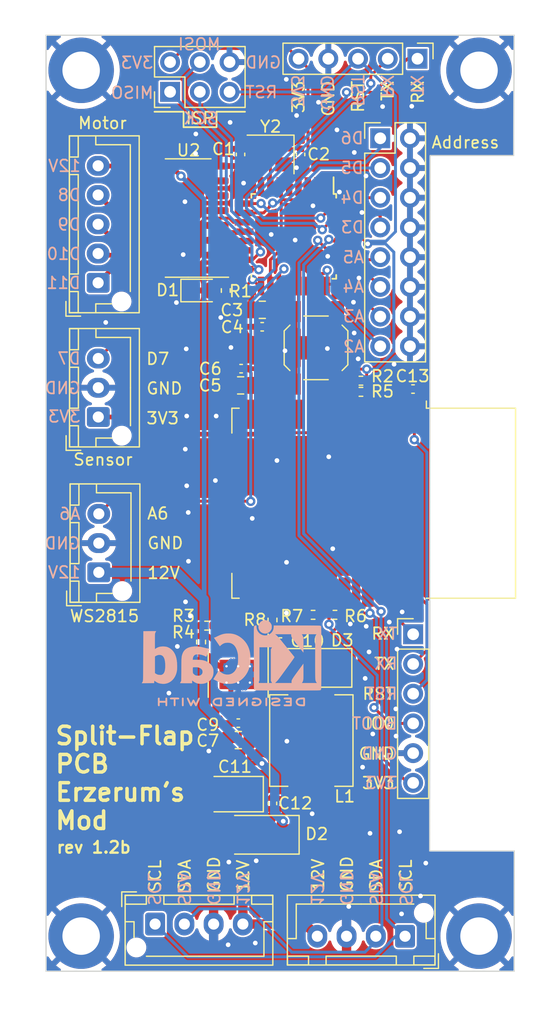
<source format=kicad_pcb>
(kicad_pcb (version 20240108) (generator "pcbnew") (generator_version "8.0")
  (layers (0 "F.Cu" signal) (31 "B.Cu" signal) (34 "B.Paste" user) (35 "F.Paste" user) (36 "B.SilkS" user "B.Silkscreen") (37 "F.SilkS" user "F.Silkscreen") (38 "B.Mask" user) (39 "F.Mask" user) (44 "Edge.Cuts" user))
  (net 0 "")
  (net 1 "+12V")
  (net 2 "Net-(U3-XTAL2{slash}PB7)")
  (net 3 "Net-(U3-XTAL1{slash}PB6)")
  (net 4 "+3V3")
  (net 5 "Net-(D3-K)")
  (net 6 "Net-(U1-BOOT)")
  (net 7 "Net-(D1-A)")
  (net 8 "/A5{slash}SCL")
  (net 9 "/A4{slash}SDA")
  (net 10 "Net-(J3-Pin_1)")
  (net 11 "Net-(J3-Pin_2)")
  (net 12 "Net-(J3-Pin_3)")
  (net 13 "Net-(J3-Pin_4)")
  (net 14 "/D6")
  (net 15 "/D5")
  (net 16 "/D4")
  (net 17 "/D3")
  (net 18 "/D7")
  (net 19 "/D12")
  (net 20 "/D13")
  (net 21 "/D11")
  (net 22 "/RESET")
  (net 23 "Net-(U1-VSNS)")
  (net 27 "/D10")
  (net 28 "/D9")
  (net 29 "/D8")
  (net 36 "/A6")
  (net 37 "/AREF")
  (net 38 "/A7")
  (net 39 "/A0")
  (net 40 "/A1")
  (net 41 "/A2")
  (net 42 "/A3")
  (net 43 "/D0")
  (net 44 "/D1")
  (net 45 "/D2")
  (net 47 "/01-EN")
  (net 58 "Net-(U4-GPIO15)")
  (net 59 "/01-IO2")
  (net 60 "/01-IO0")
  (net 61 "/01-RX")
  (net 62 "/01-TX")
  (net 63 "GND")
  (net 64 "Net-(D2-A)")
  (footprint "Package_SO:SOIC-8-1EP_3.9x4.9mm_P1.27mm_EP2.514x3.2mm_ThermalVias" (layer "F.Cu") (at 83.42 101.635 -90)
    (property "Reference" "U1" (hide yes))
    (property "Value" "TPS5430")
  )
  (footprint "MountingHole:MountingHole_3.2mm_M3_DIN965_Pad" (layer "F.Cu") (at 104 50)
    (property "Reference" "H2" (hide yes))
    (property "Value" "MountingHole_Pad")
  )
  (footprint "Capacitor_SMD:C_0402_1005Metric" (layer "F.Cu") (at 88.75 57.19 90)
    (property "Reference" "C2")
    (property "Value" "22pF")
  )
  (footprint "Connector_PinHeader_2.54mm:PinHeader_1x05_P2.54mm_Vertical" (layer "F.Cu") (at 98.74 49.01 -90)
    (property "Reference" "J7" (hide yes))
    (property "Value" "Serial-328P")
  )
  (footprint "Resistor_SMD:R_0402_1005Metric" (layer "F.Cu") (at 82.36 68.82 90)
    (property "Reference" "R1")
    (property "Value" "220")
  )
  (footprint "LED_SMD:LED_0805_2012Metric" (layer "F.Cu") (at 80.2075 68.82)
    (property "Reference" "D1")
    (property "Value" "LED")
  )
  (footprint "Crystal:Crystal_SMD_3225-4Pin_3.2x2.5mm" (layer "F.Cu") (at 86.19 57.19 180)
    (property "Reference" "Y2")
    (property "Value" "16MHz")
  )
  (footprint "Capacitor_SMD:C_0402_1005Metric" (layer "F.Cu") (at 83.67 75.5)
    (property "Reference" "C6")
    (property "Value" "100n")
  )
  (footprint "Package_SO:SOIC-16_3.9x9.9mm_P1.27mm" (layer "F.Cu") (at 79.145 62.625 180)
    (property "Reference" "U2")
    (property "Value" "ULN2003A")
  )
  (footprint "Capacitor_SMD:C_0402_1005Metric" (layer "F.Cu") (at 83.43 105.795 180)
    (property "Reference" "C9")
    (property "Value" "100n")
  )
  (footprint "Connector_JST:JST_XH_B4B-XH-AM_1x04_P2.50mm_Vertical" (layer "F.Cu") (at 97.68 124.01 180)
    (property "Reference" "J1" (hide yes))
    (property "Value" "Conn_01x04_Pin")
  )
  (footprint "MountingHole:MountingHole_3.2mm_M3_DIN965_Pad" (layer "F.Cu") (at 70 50)
    (property "Reference" "H1" (hide yes))
    (property "Value" "MountingHole_Pad")
  )
  (footprint "Connector_JST:JST_XH_B4B-XH-AM_1x04_P2.50mm_Vertical" (layer "F.Cu") (at 76.32 122.97)
    (property "Reference" "J2" (hide yes))
    (property "Value" "Conn_01x04_Pin")
  )
  (footprint "Capacitor_SMD:C_0402_1005Metric" (layer "F.Cu") (at 86.35 112.655 -90)
    (property "Reference" "C12")
    (property "Value" "100n")
  )
  (footprint "Diode_SMD:D_SMA" (layer "F.Cu") (at 89.62 101.075 180)
    (property "Reference" "D3")
    (property "Value" "SS54")
  )
  (footprint "Resistor_SMD:R_0402_1005Metric" (layer "F.Cu") (at 89.82 96.54)
    (property "Reference" "R7")
    (property "Value" "10k")
  )
  (footprint "Connector_PinHeader_2.54mm:PinHeader_1x06_P2.54mm_Vertical" (layer "F.Cu") (at 98.37 98.2)
    (property "Reference" "J8" (hide yes))
    (property "Value" "Serial-ESP12E")
  )
  (footprint "Capacitor_Tantalum_SMD:CP_EIA-3528-21_Kemet-B" (layer "F.Cu") (at 83.1075 111.865 180)
    (property "Reference" "C11")
    (property "Value" "220uF")
  )
  (footprint "Package_QFP:TQFP-32_7x7mm_P0.8mm" (layer "F.Cu") (at 88.17 64.19 -90)
    (property "Reference" "U3" (hide yes))
    (property "Value" "ATmega328P-A")
  )
  (footprint "Diode_SMD:D_SMA" (layer "F.Cu") (at 85.1175 115.34 180)
    (property "Reference" "D2")
    (property "Value" "SS54")
  )
  (footprint "Resistor_SMD:R_0402_1005Metric" (layer "F.Cu") (at 80.72 97.465 180)
    (property "Reference" "R3")
    (property "Value" "10k")
  )
  (footprint "RF_Module:ESP-12E" (layer "F.Cu") (at 95 87 -90)
    (property "Reference" "U4" (hide yes))
    (property "Value" "ESP-12E")
  )
  (footprint "Connector_PinHeader_2.54mm:PinHeader_2x03_P2.54mm_Vertical" (layer "F.Cu") (at 77.6 51.84 90)
    (property "Reference" "J6" (hide yes))
    (property "Value" "AVR-ISP-6")
  )
  (footprint "Resistor_SMD:R_0402_1005Metric" (layer "F.Cu") (at 93.91 76.53)
    (property "Reference" "R2")
    (property "Value" "10k")
  )
  (footprint "MountingHole:MountingHole_3.2mm_M3_DIN965_Pad" (layer "F.Cu") (at 104 124)
    (property "Reference" "H4" (hide yes))
    (property "Value" "MountingHole_Pad")
  )
  (footprint "Connector_PinHeader_2.54mm:PinHeader_2x08_P2.54mm_Vertical" (layer "F.Cu") (at 95.56 55.81)
    (property "Reference" "J4" (hide yes))
    (property "Value" "AddressJumpers")
  )
  (footprint "Resistor_SMD:R_0402_1005Metric" (layer "F.Cu") (at 86.35 96.98 -90)
    (property "Reference" "R8")
    (property "Value" "10k")
  )
  (footprint "Button_Switch_SMD:SW_SPST_SKQG_WithStem" (layer "F.Cu") (at 90.07 73.72 -90)
    (property "Reference" "SW1" (hide yes))
    (property "Value" "RESET")
  )
  (footprint "MountingHole:MountingHole_3.2mm_M3_DIN965_Pad" (layer "F.Cu") (at 70 124)
    (property "Reference" "H3" (hide yes))
    (property "Value" "MountingHole_Pad")
  )
  (footprint "Capacitor_SMD:C_0402_1005Metric" (layer "F.Cu") (at 98.36 77.24 180)
    (property "Reference" "C13")
    (property "Value" "100n")
  )
  (footprint "Capacitor_SMD:C_0402_1005Metric" (layer "F.Cu") (at 87.03 98.865 180)
    (property "Reference" "C10")
    (property "Value" "100n")
  )
  (footprint "Connector_JST:JST_XH_B5B-XH-AM_1x05_P2.50mm_Vertical" (layer "F.Cu") (at 71.45 68.16 90)
    (property "Reference" "J3" (hide yes))
    (property "Value" "Conn_01x05_Pin")
  )
  (footprint "Capacitor_SMD:C_0402_1005Metric" (layer "F.Cu") (at 83.62 57.19 -90)
    (property "Reference" "C1")
    (property "Value" "22pF")
  )
  (footprint "Connector_JST:JST_XH_B3B-XH-AM_1x03_P2.50mm_Vertical" (layer "F.Cu") (at 71.465 79.63 90)
    (property "Reference" "J5" (hide yes))
    (property "Value" "HallSensor")
  )
  (footprint "Resistor_SMD:R_0402_1005Metric" (layer "F.Cu") (at 93.91 77.48)
    (property "Reference" "R5")
    (property "Value" "10k")
  )
  (footprint "Resistor_SMD:R_0402_1005Metric" (layer "F.Cu") (at 91.69 96.54 180)
    (property "Reference" "R6")
    (property "Value" "10k")
  )
  (footprint "Capacitor_SMD:C_0402_1005Metric" (layer "F.Cu") (at 85.47 71.92)
    (property "Reference" "C4")
    (property "Value" "100n")
  )
  (footprint "Capacitor_SMD:C_0805_2012Metric" (layer "F.Cu") (at 85.48 70.47)
    (property "Reference" "C3")
    (property "Value" "10uF")
  )
  (footprint "Capacitor_SMD:C_0805_2012Metric" (layer "F.Cu") (at 83.63 76.93)
    (property "Reference" "C5")
    (property "Value" "10uF")
  )
  (footprint "Connector_JST:JST_XH_B3B-XH-AM_1x03_P2.50mm_Vertical" (layer "F.Cu") (at 71.51 92.91 90)
    (property "Reference" "J9" (hide yes))
    (property "Value" "WS2815")
  )
  (footprint "Capacitor_SMD:C_0805_2012Metric" (layer "F.Cu") (at 83.43 107.245 180)
    (property "Reference" "C7")
    (property "Value" "10uF")
  )
  (footprint "Resistor_SMD:R_0402_1005Metric" (layer "F.Cu") (at 80.25 98.865 -90)
    (property "Reference" "R4")
    (property "Value" "5k9")
  )
  (footprint "Inductor_SMD:L_Chilisin_BMRx00060630" (layer "F.Cu") (at 89.67 107.285 -90)
    (property "Reference" "L1")
    (property "Value" "47uH")
  )
  (footprint "Symbol:KiCad-Logo2_6mm_SilkScreen" (layer "B.Cu") (at 82.86 99.98 180)
    (property "Reference" "REF**" (hide yes))
    (property "Value" "KiCad-Logo2_6mm_SilkScreen" (hide yes))
  )
  (gr_line (start 81.57 53.54) (end 81.57 54.86) (stroke (width 0.15)) (layer "F.SilkS"))
  (gr_line (start 78.75 54.86) (end 81.57 54.86) (stroke (width 0.15)) (layer "F.SilkS"))
  (gr_line (start 78.75 54.54) (end 78.75 54.86) (stroke (width 0.15)) (layer "F.SilkS"))
  (gr_line (start 78.75 53.54) (end 78.75 54.54) (stroke (width 0.15)) (layer "F.SilkS"))
  (gr_line (start 84 53.54) (end 81.57 53.54) (stroke (width 0.15)) (layer "F.SilkS"))
  (gr_line (start 76.27 53.54) (end 78.75 53.54) (stroke (width 0.15)) (layer "F.SilkS"))
  (gr_line (start 67 47) (end 107 47) (stroke (width 0.1)) (layer "Edge.Cuts"))
  (gr_line (start 106.96 57.28) (end 99.82 57.28) (stroke (width 0.1)) (layer "Edge.Cuts"))
  (gr_line (start 99.82 57.28) (end 99.78 116.72) (stroke (width 0.1)) (layer "Edge.Cuts"))
  (gr_line (start 107 127) (end 67 127) (stroke (width 0.1)) (layer "Edge.Cuts"))
  (gr_line (start 67 127) (end 67 47) (stroke (width 0.1)) (layer "Edge.Cuts"))
  (gr_line (start 107.01 116.72) (end 107 127) (stroke (width 0.1)) (layer "Edge.Cuts"))
  (gr_line (start 99.78 116.72) (end 107.01 116.72) (stroke (width 0.1)) (layer "Edge.Cuts"))
  (gr_line (start 106.96 57.28) (end 107 47) (stroke (width 0.1)) (layer "Edge.Cuts"))
  (gr_text "D4" (at 94.23 60.89 0) (layer "B.SilkS") (effects (font (size 1 1)) (justify left mirror)))
  (gr_text "D11" (at 70.04 68.17 0) (layer "B.SilkS") (effects (font (size 1 1)) (justify left mirror)))
  (gr_text "SCL" (at 76.22 121.47 -90) (layer "B.SilkS") (effects (font (size 1 1)) (justify left mirror)))
  (gr_text "3V3" (at 88.46 50.29 270) (layer "B.SilkS") (effects (font (size 1 1)) (justify right mirror)))
  (gr_text "SCL" (at 97.73 121.48 -90) (layer "B.SilkS") (effects (font (size 1 1)) (justify left mirror)))
  (gr_text "D10" (at 70.07 65.69 0) (layer "B.SilkS") (effects (font (size 1 1)) (justify left mirror)))
  (gr_text "GND" (at 81.3 121.46 270) (layer "B.SilkS") (effects (font (size 1 1)) (justify left mirror)))
  (gr_text "3V3" (at 70.04 79.59 0) (layer "B.SilkS") (effects (font (size 1 1)) (justify left mirror)))
  (gr_text "GND" (at 83.94 49.33 0) (layer "B.SilkS") (effects (font (size 1 1)) (justify right mirror)))
  (gr_text "D3" (at 94.25 63.42 0) (layer "B.SilkS") (effects (font (size 1 1)) (justify left mirror)))
  (gr_text "GND" (at 90.98 50.29 270) (layer "B.SilkS") (effects (font (size 1 1)) (justify right mirror)))
  (gr_text "A4" (at 94.26 68.5 0) (layer "B.SilkS") (effects (font (size 1 1)) (justify left mirror)))
  (gr_text "RST" (at 97.12 103.29 0) (layer "B.SilkS") (effects (font (size 1 1)) (justify left mirror)))
  (gr_text "A3" (at 94.3 71.03 0) (layer "B.SilkS") (effects (font (size 1 1)) (justify left mirror)))
  (gr_text "12V" (at 70.03 92.91 0) (layer "B.SilkS") (effects (font (size 1 1)) (justify left mirror)))
  (gr_text "D6" (at 94.22 55.8 0) (layer "B.SilkS") (effects (font (size 1 1)) (justify left mirror)))
  (gr_text "SCK" (at 81.8 54.1 0) (layer "B.SilkS") (effects (font (size 1 1)) (justify left mirror)))
  (gr_text "GND" (at 97.13 108.39 0) (layer "B.SilkS") (effects (font (size 1 1)) (justify left mirror)))
  (gr_text "GND" (at 70.03 90.43 0) (layer "B.SilkS") (effects (font (size 1 1)) (justify left mirror)))
  (gr_text "A5" (at 94.26 65.98 0) (layer "B.SilkS") (effects (font (size 1 1)) (justify left mirror)))
  (gr_text "RST" (at 83.95 51.87 0) (layer "B.SilkS") (effects (font (size 1 1)) (justify right mirror)))
  (gr_text "3V3" (at 76.26 49.35 0) (layer "B.SilkS") (effects (font (size 1 1)) (justify left mirror)))
  (gr_text "GND" (at 92.65 121.47 270) (layer "B.SilkS") (effects (font (size 1 1)) (justify left mirror)))
  (gr_text "12V" (at 70.05 58.17 0) (layer "B.SilkS") (effects (font (size 1 1)) (justify left mirror)))
  (gr_text "A2" (at 94.3 73.61 0) (layer "B.SilkS") (effects (font (size 1 1)) (justify left mirror)))
  (gr_text "12V" (at 83.81 121.45 270) (layer "B.SilkS") (effects (font (size 1 1)) (justify left mirror)))
  (gr_text "D5" (at 94.22 58.34 0) (layer "B.SilkS") (effects (font (size 1 1)) (justify left mirror)))
  (gr_text "D7" (at 70.04 74.63 0) (layer "B.SilkS") (effects (font (size 1 1)) (justify left mirror)))
  (gr_text "A6" (at 70.03 87.91 0) (layer "B.SilkS") (effects (font (size 1 1)) (justify left mirror)))
  (gr_text "GND" (at 70.05 77.16 0) (layer "B.SilkS") (effects (font (size 1 1)) (justify left mirror)))
  (gr_text "RX" (at 97.12 100.71 0) (layer "B.SilkS") (effects (font (size 1 1)) (justify left mirror)))
  (gr_text "RST" (at 93.6 50.29 270) (layer "B.SilkS") (effects (font (size 1 1)) (justify right mirror)))
  (gr_text "BOOT" (at 97.11 105.83 0) (layer "B.SilkS") (effects (font (size 1 1)) (justify left mirror)))
  (gr_text "TX" (at 97.14 98.16 0) (layer "B.SilkS") (effects (font (size 1 1)) (justify left mirror)))
  (gr_text "TX" (at 98.67 50.31 270) (layer "B.SilkS") (effects (font (size 1 1)) (justify right mirror)))
  (gr_text "MOSI" (at 82 47.78 0) (layer "B.SilkS") (effects (font (size 1 1)) (justify left mirror)))
  (gr_text "12V" (at 90.14 121.46 270) (layer "B.SilkS") (effects (font (size 1 1)) (justify left mirror)))
  (gr_text "D8" (at 70.05 60.66 0) (layer "B.SilkS") (effects (font (size 1 1)) (justify left mirror)))
  (gr_text "RX" (at 96.12 50.29 270) (layer "B.SilkS") (effects (font (size 1 1)) (justify right mirror)))
  (gr_text "MISO" (at 76.27 51.92 0) (layer "B.SilkS") (effects (font (size 1 1)) (justify left mirror)))
  (gr_text "SDA" (at 95.17 121.48 270) (layer "B.SilkS") (effects (font (size 1 1)) (justify left mirror)))
  (gr_text "SDA" (at 78.78 121.47 270) (layer "B.SilkS") (effects (font (size 1 1)) (justify left mirror)))
  (gr_text "3V3" (at 97.13 110.91 0) (layer "B.SilkS") (effects (font (size 1 1)) (justify left mirror)))
  (gr_text "D9" (at 70.04 63.18 0) (layer "B.SilkS") (effects (font (size 1 1)) (justify left mirror)))
  (gr_text "12V" (at 83.84 120.34 90) (layer "F.SilkS") (effects (font (size 1 1)) (justify left)))
  (gr_text "3V3" (at 96.87 110.92 0) (layer "F.SilkS") (effects (font (size 1 1)) (justify right)))
  (gr_text "SCL" (at 76.32 120.34 90) (layer "F.SilkS") (effects (font (size 1 1)) (justify left)))
  (gr_text "RX" (at 96.86 98.15 0) (layer "F.SilkS") (effects (font (size 1 1)) (justify right)))
  (gr_text "SDA" (at 95.21 120.31 90) (layer "F.SilkS") (effects (font (size 1 1)) (justify left)))
  (gr_text "GND" (at 92.71 120.31 90) (layer "F.SilkS") (effects (font (size 1 1)) (justify left)))
  (gr_text "Sensor" (at 71.87 83.27 0) (layer "F.SilkS") (effects (font (size 1 1))))
  (gr_text "Split-Flap\nPCB\nErzerum's\nMod" (at 67.65 115 0) (layer "F.SilkS") (effects (font (size 1.5 1.5) (thickness 0.3) (bold yes)) (justify left bottom)))
  (gr_text "IO0" (at 96.86 105.82 0) (layer "F.SilkS") (effects (font (size 1 1)) (justify right)))
  (gr_text "D7" (at 75.475 74.66 0) (layer "F.SilkS") (effects (font (size 1 1)) (justify left)))
  (gr_text "12V" (at 75.57 92.96 0) (layer "F.SilkS") (effects (font (size 1 1)) (justify left)))
  (gr_text "rev 1.2b" (at 67.8 117 0) (layer "F.SilkS") (effects (font (size 1 1) (thickness 0.2) (bold yes)) (justify left bottom)))
  (gr_text "GND" (at 75.57 90.41 0) (layer "F.SilkS") (effects (font (size 1 1)) (justify left)))
  (gr_text "3V3" (at 75.49 79.74 0) (layer "F.SilkS") (effects (font (size 1 1)) (justify left)))
  (gr_text "GND" (at 91.12 50.79 90) (layer "F.SilkS") (effects (font (size 1 1)) (justify right)))
  (gr_text "TX" (at 96.86 100.73 0) (layer "F.SilkS") (effects (font (size 1 1)) (justify right)))
  (gr_text "12V" (at 90.25 120.24 90) (layer "F.SilkS") (effects (font (size 1 1)) (justify left)))
  (gr_text "GND" (at 81.35 120.34 90) (layer "F.SilkS") (effects (font (size 1 1)) (justify left)))
  (gr_text "Address" (at 99.86 56.16 0) (layer "F.SilkS") (effects (font (size 1 1)) (justify left)))
  (gr_text "RX" (at 98.77 50.8 90) (layer "F.SilkS") (effects (font (size 1 1)) (justify right)))
  (gr_text "SCL" (at 97.74 120.31 90) (layer "F.SilkS") (effects (font (size 1 1)) (justify left)))
  (gr_text "WS2815" (at 72 96.65 0) (layer "F.SilkS") (effects (font (size 1 1))))
  (gr_text "TX" (at 96.19 50.8 90) (layer "F.SilkS") (effects (font (size 1 1)) (justify right)))
  (gr_text "3V3" (at 88.57 50.79 90) (layer "F.SilkS") (effects (font (size 1 1)) (justify right)))
  (gr_text "GND" (at 75.49 77.19 0) (layer "F.SilkS") (effects (font (size 1 1)) (justify left)))
  (gr_text "RST" (at 96.86 103.29 0) (layer "F.SilkS") (effects (font (size 1 1)) (justify right)))
  (gr_text "A6" (at 75.555 87.88 0) (layer "F.SilkS") (effects (font (size 1 1)) (justify left)))
  (gr_text "SDA" (at 78.85 120.34 90) (layer "F.SilkS") (effects (font (size 1 1)) (justify left)))
  (gr_text "ISP" (at 78.85 54.09 0) (layer "F.SilkS") (effects (font (size 1 1)) (justify left)))
  (gr_text "GND" (at 96.87 108.41 0) (layer "F.SilkS") (effects (font (size 1 1)) (justify right)))
  (gr_text "Motor" (at 71.82 54.51 0) (layer "F.SilkS") (effects (font (size 1 1))))
  (gr_text "RST" (at 93.66 50.8 90) (layer "F.SilkS") (effects (font (size 1 1)) (justify right)))
  (segment (start 78.53 59.04) (end 78.25 58.76) (width 0.25) (layer "F.Cu") (net 1))
  (segment (start 84.38 109.205) (end 84.38 107.245) (width 0.4) (layer "F.Cu") (net 1))
  (segment (start 77.67 58.18) (end 78.25 58.76) (width 0.4) (layer "F.Cu") (net 1))
  (segment (start 83.91 105.795) (end 83.91 104.4175) (width 0.4) (layer "F.Cu") (net 1))
  (segment (start 84.38 107.245) (end 84.38 106.265) (width 0.4) (layer "F.Cu") (net 1))
  (segment (start 87.1175 114.3325) (end 87.1175 115.34) (width 0.8) (layer "F.Cu") (net 1))
  (segment (start 85.41 109.205) (end 84.38 109.205) (width 0.4) (layer "F.Cu") (net 1))
  (segment (start 87.27 114.18) (end 87.1175 114.3325) (width 0.8) (layer "F.Cu") (net 1))
  (segment (start 84.38 106.265) (end 83.91 105.795) (width 0.4) (layer "F.Cu") (net 1))
  (segment (start 83.91 104.4175) (end 84.055 104.2725) (width 0.4) (layer "F.Cu") (net 1))
  (segment (start 71.47 58.18) (end 71.45 58.16) (width 0.4) (layer "F.Cu") (net 1))
  (segment (start 76.67 58.18) (end 71.47 58.18) (width 0.4) (layer "F.Cu") (net 1))
  (segment (start 76.67 58.18) (end 77.67 58.18) (width 0.4) (layer "F.Cu") (net 1))
  (segment (start 85.45 109.245) (end 85.41 109.205) (width 0.4) (layer "F.Cu") (net 1))
  (segment (start 77.67 58.18) (end 78.53 59.04) (width 0.4) (layer "F.Cu") (net 1))
  (via (at 78.53 59.04) (size 0.8) (drill 0.4) (layers "F.Cu" "B.Cu") (net 1))
  (via (at 87.27 114.18) (size 0.8) (drill 0.4) (layers "F.Cu" "B.Cu") (net 1))
  (via (at 85.45 109.245) (size 0.8) (drill 0.4) (layers "F.Cu" "B.Cu") (net 1))
  (segment (start 86.54 113.45) (end 86.54 110.335) (width 0.8) (layer "B.Cu") (net 1))
  (segment (start 78.53 59.04) (end 80.51 61.02) (width 0.4) (layer "B.Cu") (net 1))
  (segment (start 87.27 114.18) (end 86.54 113.45) (width 0.8) (layer "B.Cu") (net 1))
  (segment (start 80.51 101.485) (end 80.51 104.305) (width 0.8) (layer "B.Cu") (net 1))
  (segment (start 80.51 104.305) (end 85.45 109.245) (width 0.8) (layer "B.Cu") (net 1))
  (segment (start 80.51 61.02) (end 80.51 95.22) (width 0.4) (layer "B.Cu") (net 1))
  (segment (start 80.51 95.22) (end 78.2 92.91) (width 0.8) (layer "B.Cu") (net 1))
  (segment (start 78.2 92.91) (end 71.51 92.91) (width 0.8) (layer "B.Cu") (net 1))
  (segment (start 86.54 110.335) (end 85.45 109.245) (width 0.8) (layer "B.Cu") (net 1))
  (segment (start 80.51 95.22) (end 80.51 101.485) (width 0.8) (layer "B.Cu") (net 1))
  (segment (start 83.62 57.67) (end 84.72 57.67) (width 0.25) (layer "F.Cu") (net 2))
  (segment (start 85.37 58.32) (end 85.09 58.04) (width 0.25) (layer "F.Cu") (net 2))
  (segment (start 84.72 57.67) (end 85.09 58.04) (width 0.25) (layer "F.Cu") (net 2))
  (segment (start 85.37 59.94) (end 85.37 58.32) (width 0.25) (layer "F.Cu") (net 2))
  (segment (start 86.17 56.76) (end 86.59 56.34) (width 0.25) (layer "F.Cu") (net 3))
  (segment (start 88.75 56.71) (end 87.66 56.71) (width 0.25) (layer "F.Cu") (net 3))
  (segment (start 86.59 56.34) (end 87.29 56.34) (width 0.25) (layer "F.Cu") (net 3))
  (segment (start 86.17 59.94) (end 86.17 56.76) (width 0.25) (layer "F.Cu") (net 3))
  (segment (start 87.66 56.71) (end 87.29 56.34) (width 0.25) (layer "F.Cu") (net 3))
  (segment (start 88.57 59.045) (end 88.700305 59.045) (width 0.25) (layer "F.Cu") (net 4))
  (segment (start 85.316262 97.465) (end 86.056262 98.205) (width 0.4) (layer "F.Cu") (net 4))
  (segment (start 93.4 76.53) (end 93.4 77.48) (width 0.25) (layer "F.Cu") (net 4))
  (segment (start 86.17 70.21) (end 86.43 70.47) (width 0.25) (layer "F.Cu") (net 4))
  (segment (start 85.6 81.36) (end 85.6 76.19) (width 0.4) (layer "F.Cu") (net 4))
  (segment (start 86.97 59.94) (end 86.97 60.74) (width 0.25) (layer "F.Cu") (net 4))
  (segment (start 89.055 98.205) (end 89.08 98.18) (width 0.4) (layer "F.Cu") (net 4))
  (segment (start 86.97 60.74) (end 87.295 61.065) (width 0.25) (layer "F.Cu") (net 4))
  (segment (start 85.34 81.1) (end 74.819924 81.1) (width 0.4) (layer "F.Cu") (net 4))
  (segment (start 85.95 72.033676) (end 85.6 72.383676) (width 0.4) (layer "F.Cu") (net 4))
  (segment (start 83.16971 48.129656) (end 78.770344 48.129656) (width 0.25) (layer "F.Cu") (net 4))
  (segment (start 86.056262 98.205) (end 89.055 98.205) (width 0.4) (layer "F.Cu") (net 4))
  (segment (start 85.6 76.19) (end 84.91 75.5) (width 0.4) (layer "F.Cu") (net 4))
  (segment (start 84.53 75.88) (end 84.53 79.37) (width 0.25) (layer "F.Cu") (net 4))
  (segment (start 84.18 75.53) (end 84.53 75.88) (width 0.25) (layer "F.Cu") (net 4))
  (segment (start 87.75 112.23) (end 85.01 112.23) (width 0.4) (layer "F.Cu") (net 4))
  (segment (start 85.6 81.36) (end 85.34 81.1) (width 0.4) (layer "F.Cu") (net 4))
  (segment (start 85.43 81.53) (end 85.6 81.36) (width 0.4) (layer "F.Cu") (net 4))
  (segment (start 83.53 97.465) (end 85.43 97.465) (width 0.4) (layer "F.Cu") (net 4))
  (segment (start 93.27 106.71) (end 89.67 110.31) (width 0.4) (layer "F.Cu") (net 4))
  (segment (start 89.385 49.815) (end 87.709656 48.139656) (width 0.25) (layer "F.Cu") (net 4))
  (segment (start 74.819924 81.1) (end 73.349924 79.63) (width 0.4) (layer "F.Cu") (net 4))
  (segment (start 86.17 66.19) (end 87.093656 65.266344) (width 0.25) (layer "F.Cu") (net 4))
  (segment (start 85.01 112.23) (end 84.645 111.865) (width 0.4) (layer "F.Cu") (net 4))
  (segment (start 85.6 72.383676) (end 85.6 76.19) (width 0.4) (layer "F.Cu") (net 4))
  (segment (start 89.29 97.97) (end 89.08 98.18) (width 0.25) (layer "F.Cu") (net 4))
  (segment (start 84.645 111.865) (end 84.645 112.135) (width 0.4) (layer "F.Cu") (net 4))
  (segment (start 88.245 61.065) (end 88.57 60.74) (width 0.25) (layer "F.Cu") (net 4))
  (segment (start 87.093656 65.266344) (end 87.093656 60.063656) (width 0.25) (layer "F.Cu") (net 4))
  (segment (start 89.385 58.360305) (end 89.385 49.815) (width 0.25) (layer "F.Cu") (net 4))
  (segment (start 83.17971 48.139656) (end 83.16971 48.129656) (width 0.25) (layer "F.Cu") (net 4))
  (segment (start 93.27 100.15576) (end 93.27 106.71) (width 0.4) (layer "F.Cu") (net 4))
  (segment (start 73.349924 79.63) (end 71.465 79.63) (width 0.4) (layer "F.Cu") (net 4))
  (segment (start 85.43 97.465) (end 85.43 81.53) (width 0.4) (layer "F.Cu") (net 4))
  (segment (start 85.6 81.36) (end 85.985 80.975) (width 0.25) (layer "F.Cu") (net 4))
  (segment (start 87.093656 60.063656) (end 86.97 59.94) (width 0.25) (layer "F.Cu") (net 4))
  (segment (start 92.22 97.25424) (end 91.29424 98.18) (width 0.25) (layer "F.Cu") (net 4))
  (segment (start 89.67 110.31) (end 87.75 112.23) (width 0.4) (layer "F.Cu") (net 4))
  (segment (start 93.71 106.71) (end 97.91 110.91) (width 0.25) (layer "F.Cu") (net 4))
  (segment (start 84.53 79.37) (end 84.5 79.4) (width 0.25) (layer "F.Cu") (net 4))
  (segment (start 89.08 98.18) (end 91.29424 98.18) (width 0.4) (layer "F.Cu") (net 4))
  (segment (start 88.57 59.94) (end 88.57 59.045) (width 0.25) (layer "F.Cu") (net 4))
  (segment (start 87.709656 48.139656) (end 83.17971 48.139656) (width 0.25) (layer "F.Cu") (net 4))
  (segment (start 98.15 110.91) (end 98.16 110.9) (width 0.25) (layer "F.Cu") (net 4))
  (segment (start 89.31 96.54) (end 89.29 96.56) (width 0.25) (layer "F.Cu") (net 4))
  (segment (start 88.57 60.74) (end 88.57 59.94) (width 0.25) (layer "F.Cu") (net 4))
  (segment (start 92.22 96.56) (end 92.22 97.25424) (width 0.25) (layer "F.Cu") (net 4))
  (segment (start 92.2 96.54) (end 92.22 96.56) (width 0.25) (layer "F.Cu") (net 4))
  (segment (start 86.17 68.44) (end 86.17 70.21) (width 0.25) (layer "F.Cu") (net 4))
  (segment (start 97.91 110.91) (end 98.15 110.91) (width 0.25) (layer "F.Cu") (net 4))
  (segment (start 86.43 71.44) (end 86.43 70.47) (width 0.25) (layer "F.Cu") (net 4))
  (segment (start 91.29424 98.18) (end 93.27 100.15576) (width 0.4) (layer "F.Cu") (net 4))
  (segment (start 78.770344 48.129656) (end 77.6 49.3) (width 0.25) (layer "F.Cu") (net 4))
  (segment (start 85.985 80.975) (end 93.13462 80.975) (width 0.25) (layer "F.Cu") (net 4))
  (segment (start 85.95 71.92) (end 86.43 71.44) (width 0.25) (layer "F.Cu") (net 4))
  (segment (start 81.23 97.465) (end 85.316262 97.465) (width 0.4) (layer "F.Cu") (net 4))
  (segment (start 84.91 75.5) (end 84.15 75.5) (width 0.4) (layer "F.Cu") (net 4))
  (segment (start 89.29 96.56) (end 89.29 97.97) (width 0.25) (layer "F.Cu") (net 4))
  (segment (start 85.95 71.92) (end 85.95 72.033676) (width 0.4) (layer "F.Cu") (net 4))
  (segment (start 86.17 68.44) (end 86.17 66.19) (width 0.25) (layer "F.Cu") (net 4))
  (segment (start 87.295 61.065) (end 88.245 61.065) (width 0.25) (layer "F.Cu") (net 4))
  (segment (start 93.27 106.71) (end 93.71 106.71) (width 0.25) (layer "F.Cu") (net 4))
  (segment (start 93.4 80.70962) (end 93.4 77.48) (width 0.25) (layer "F.Cu") (net 4))
  (segment (start 88.700305 59.045) (end 89.385 58.360305) (width 0.25) (layer "F.Cu") (net 4))
  (segment (start 93.13462 80.975) (end 93.4 80.70962) (width 0.25) (layer "F.Cu") (net 4))
  (segment (start 85.3375 104.26) (end 85.325 104.2725) (width 0.4) (layer "F.Cu") (net 5))
  (segment (start 87.51 98.865) (end 89.41 98.865) (width 0.4) (layer "F.Cu") (net 5))
  (segment (start 89.41 98.865) (end 91.62 101.075) (width 0.4) (layer "F.Cu") (net 5))
  (segment (start 89.67 104.26) (end 85.3375 104.26) (width 0.4) (layer "F.Cu") (net 5))
  (segment (start 89.67 104.26) (end 89.67 103.025) (width 0.4) (layer "F.Cu") (net 5))
  (segment (start 89.67 103.025) (end 91.62 101.075) (width 0.4) (layer "F.Cu") (net 5))
  (segment (start 85.4575 98.865) (end 85.325 98.9975) (width 0.4) (layer "F.Cu") (net 6))
  (segment (start 86.55 98.865) (end 85.4575 98.865) (width 0.4) (layer "F.Cu") (net 6))
  (segment (start 82.36 69.33) (end 81.655 69.33) (width 0.25) (layer "F.Cu") (net 7))
  (segment (start 81.655 69.33) (end 81.145 68.82) (width 0.25) (layer "F.Cu") (net 7))
  (segment (start 91.163682 64.453813) (end 91.299869 64.59) (width 0.25) (layer "F.Cu") (net 8))
  (segment (start 91.299869 64.59) (end 92.42 64.59) (width 0.25) (layer "F.Cu") (net 8))
  (segment (start 94.5 94.6) (end 94.5 95.126578) (width 0.25) (layer "F.Cu") (net 8))
  (segment (start 94.5 95.126578) (end 95.626092 96.25267) (width 0.25) (layer "F.Cu") (net 8))
  (via (at 95.626092 96.25267) (size 0.8) (drill 0.4) (layers "F.Cu" "B.Cu") (net 8))
  (via (at 91.163682 64.453813) (size 0.8) (drill 0.4) (layers "F.Cu" "B.Cu") (net 8))
  (segment (start 95.626092 97.939696) (end 96.1 98.413604) (width 0.25) (layer "B.Cu") (net 8))
  (segment (start 90.426023 65.209663) (end 90.497223 65.209663) (width 0.25) (layer "B.Cu") (net 8))
  (segment (start 96.87 124.01) (end 96.305 124.575) (width 0.25) (layer "B.Cu") (net 8))
  (segment (start 79.12 125.77) (end 76.32 122.97) (width 0.25) (layer "B.Cu") (net 8))
  (segment (start 96.305 124.600551) (end 95.135551 125.77) (width 0.25) (layer "B.Cu") (net 8))
  (segment (start 96.305 124.575) (end 96.305 124.600551) (width 0.25) (layer "B.Cu") (net 8))
  (segment (start 96.1 98.413604) (end 96.1 122.53) (width 0.25) (layer "B.Cu") (net 8))
  (segment (start 89.01 89.6) (end 89.01 66.625686) (width 0.25) (layer "B.Cu") (net 8))
  (segment (start 90.497223 65.209663) (end 91.163682 64.543204) (width 0.25) (layer "B.Cu") (net 8))
  (segment (start 97.68 124.01) (end 96.87 124.01) (width 0.25) (layer "B.Cu") (net 8))
  (segment (start 95.626092 96.25267) (end 95.626092 97.939696) (width 0.25) (layer "B.Cu") (net 8))
  (segment (start 96.1 122.53) (end 97.58 124.01) (width 0.25) (layer "B.Cu") (net 8))
  (segment (start 95.626092 96.25267) (end 95.626092 96.216092) (width 0.25) (layer "B.Cu") (net 8))
  (segment (start 97.58 124.01) (end 97.68 124.01) (width 0.25) (layer "B.Cu") (net 8))
  (segment (start 95.626092 96.216092) (end 89.01 89.6) (width 0.25) (layer "B.Cu") (net 8))
  (segment (start 89.01 66.625686) (end 90.426023 65.209663) (width 0.25) (layer "B.Cu") (net 8))
  (segment (start 95.135551 125.77) (end 79.12 125.77) (width 0.25) (layer "B.Cu") (net 8))
  (segment (start 91.163682 64.543204) (end 91.163682 64.453813) (width 0.25) (layer "B.Cu") (net 8))
  (segment (start 92.5 94.73891) (end 92.5 94.6) (width 0.25) (layer "F.Cu") (net 9))
  (segment (start 92.25 65.22) (end 92.42 65.39) (width 0.25) (layer "F.Cu") (net 9))
  (segment (start 90.902965 65.22) (end 92.25 65.22) (width 0.25) (layer "F.Cu") (net 9))
  (segment (start 94.678444 96.3995) (end 94.16059 96.3995) (width 0.25) (layer "F.Cu") (net 9))
  (segment (start 94.16059 96.3995) (end 92.5 94.73891) (width 0.25) (layer "F.Cu") (net 9))
  (segment (start 90.217628 64.534663) (end 90.902965 65.22) (width 0.25) (layer "F.Cu") (net 9))
  (via (at 94.678444 96.3995) (size 0.8) (drill 0.4) (layers "F.Cu" "B.Cu") (net 9))
  (via (at 90.217628 64.534663) (size 0.8) (drill 0.4) (layers "F.Cu" "B.Cu") (net 9))
  (segment (start 95.18 124.44) (end 94.25 125.37) (width 0.25) (layer "B.Cu") (net 9))
  (segment (start 88.002735 125.37) (end 84.303982 121.671247) (width 0.25) (layer "B.Cu") (net 9))
  (segment (start 95.7 98.57929) (end 95.7 123.49) (width 0.25) (layer "B.Cu") (net 9))
  (segment (start 95.226092 98.105382) (end 95.7 98.57929) (width 0.25) (layer "B.Cu") (net 9))
  (segment (start 94.678444 96.3995) (end 94.7695 96.3995) (width 0.25) (layer "B.Cu") (net 9))
  (segment (start 90.217628 64.852372) (end 90.217628 64.534663) (width 0.25) (layer "B.Cu") (net 9))
  (segment (start 88.61 66.46) (end 90.217628 64.852372) (width 0.25) (layer "B.Cu") (net 9))
  (segment (start 80.118753 121.671247) (end 78.82 122.97) (width 0.25) (layer "B.Cu") (net 9))
  (segment (start 94.678444 96.3995) (end 94.678444 95.83413) (width 0.25) (layer "B.Cu") (net 9))
  (segment (start 94.25 125.37) (end 88.002735 125.37) (width 0.25) (layer "B.Cu") (net 9))
  (segment (start 95.18 124.01) (end 95.18 124.44) (width 0.25) (layer "B.Cu") (net 9))
  (segment (start 84.303982 121.671247) (end 80.118753 121.671247) (width 0.25) (layer "B.Cu") (net 9))
  (segment (start 94.7695 96.3995) (end 95.226092 96.856092) (width 0.25) (layer "B.Cu") (net 9))
  (segment (start 95.226092 96.856092) (end 95.226092 98.105382) (width 0.25) (layer "B.Cu") (net 9))
  (segment (start 88.61 89.765686) (end 88.61 66.46) (width 0.25) (layer "B.Cu") (net 9))
  (segment (start 95.7 123.49) (end 95.18 124.01) (width 0.25) (layer "B.Cu") (net 9))
  (segment (start 94.678444 95.83413) (end 88.61 89.765686) (width 0.25) (layer "B.Cu") (net 9))
  (segment (start 76.67 67.07) (end 72.54 67.07) (width 0.4) (layer "F.Cu") (net 10))
  (segment (start 72.54 67.07) (end 71.45 68.16) (width 0.4) (layer "F.Cu") (net 10))
  (segment (start 76.67 65.8) (end 71.59 65.8) (width 0.4) (layer "F.Cu") (net 11))
  (segment (start 71.59 65.8) (end 71.45 65.66) (width 0.4) (layer "F.Cu") (net 11))
  (segment (start 72.82 64.53) (end 71.45 63.16) (width 0.4) (layer "F.Cu") (net 12))
  (segment (start 76.67 64.53) (end 72.82 64.53) (width 0.4) (layer "F.Cu") (net 12))
  (segment (start 76.67 63.26) (end 74.05 63.26) (width 0.4) (layer "F.Cu") (net 13))
  (segment (start 74.05 63.26) (end 71.45 60.66) (width 0.4) (layer "F.Cu") (net 13))
  (segment (start 85.585305 62.19) (end 83.92 62.19) (width 0.25) (layer "F.Cu") (net 14))
  (segment (start 86.368656 61.3395) (end 86.095 61.613156) (width 0.25) (layer "F.Cu") (net 14))
  (segment (start 86.095 61.613156) (end 86.095 61.680305) (width 0.25) (layer "F.Cu") (net 14))
  (segment (start 86.095 61.680305) (end 85.585305 62.19) (width 0.25) (layer "F.Cu") (net 14))
  (via (at 86.368656 61.3395) (size 0.8) (drill 0.4) (layers "F.Cu" "B.Cu") (net 14))
  (segment (start 94.29 57.9) (end 95.56 56.63) (width 0.25) (layer "B.Cu") (net 14))
  (segment (start 95.56 56.63) (end 95.56 55.81) (width 0.25) (layer "B.Cu") (net 14))
  (segment (start 86.757565 61.3395) (end 90.197065 57.9) (width 0.25) (layer "B.Cu") (net 14))
  (segment (start 86.368656 61.3395) (end 86.757565 61.3395) (width 0.25) (layer "B.Cu") (net 14))
  (segment (start 90.197065 57.9) (end 94.29 57.9) (width 0.25) (layer "B.Cu") (net 14))
  (segment (start 85.37 61.38) (end 85.36 61.39) (width 0.25) (layer "F.Cu") (net 15))
  (segment (start 85.36 61.39) (end 83.92 61.39) (width 0.25) (layer "F.Cu") (net 15))
  (via (at 85.37 61.38) (size 0.8) (drill 0.4) (layers "F.Cu" "B.Cu") (net 15))
  (segment (start 86.668961 62.0645) (end 90.383461 58.35) (width 0.25) (layer "B.Cu") (net 15))
  (segment (start 90.383461 58.35) (end 95.56 58.35) (width 0.25) (layer "B.Cu") (net 15))
  (segment (start 85.37 61.38) (end 86.0545 62.0645) (width 0.25) (layer "B.Cu") (net 15))
  (segment (start 86.0545 62.0645) (end 86.668961 62.0645) (width 0.25) (layer "B.Cu") (net 15))
  (segment (start 94.535686 60.89) (end 95.56 60.89) (width 0.25) (layer "F.Cu") (net 16))
  (segment (start 90.17 59.94) (end 90.17 59.14) (width 0.25) (layer "F.Cu") (net 16))
  (segment (start 90.57 58.74) (end 92.385686 58.74) (width 0.25) (layer "F.Cu") (net 16))
  (segment (start 90.17 59.14) (end 90.57 58.74) (width 0.25) (layer "F.Cu") (net 16))
  (segment (start 92.385686 58.74) (end 94.535686 60.89) (width 0.25) (layer "F.Cu") (net 16))
  (segment (start 91.41 59.5) (end 90.97 59.94) (width 0.25) (layer "F.Cu") (net 17))
  (segment (start 95.56 62.48) (end 92.58 59.5) (width 0.25) (layer "F.Cu") (net 17))
  (segment (start 95.56 63.43) (end 95.56 62.48) (width 0.25) (layer "F.Cu") (net 17))
  (segment (start 92.58 59.5) (end 91.41 59.5) (width 0.25) (layer "F.Cu") (net 17))
  (segment (start 83.92 62.99) (end 82.996752 62.99) (width 0.25) (layer "F.Cu") (net 18))
  (segment (start 80.598248 62.635) (end 80.23 63.003248) (width 0.25) (layer "F.Cu") (net 18))
  (segment (start 82.996752 62.99) (end 82.641752 62.635) (width 0.25) (layer "F.Cu") (net 18))
  (segment (start 82.641752 62.635) (end 80.598248 62.635) (width 0.25) (layer "F.Cu") (net 18))
  (segment (start 80.23 63.003248) (end 80.23 65.865) (width 0.25) (layer "F.Cu") (net 18))
  (segment (start 80.23 65.865) (end 71.465 74.63) (width 0.25) (layer "F.Cu") (net 18))
  (segment (start 85.129363 66.99) (end 83.92 66.99) (width 0.25) (layer "F.Cu") (net 19))
  (segment (start 85.179863 67.0405) (end 85.129363 66.99) (width 0.25) (layer "F.Cu") (net 19))
  (via (at 85.179863 67.0405) (size 0.8) (drill 0.4) (layers "F.Cu" "B.Cu") (net 19))
  (segment (start 81.95 56.232792) (end 77.6 51.882792) (width 0.25) (layer "B.Cu") (net 19))
  (segment (start 85.179863 67.0405) (end 84.5945 66.455137) (width 0.25) (layer "B.Cu") (net 19))
  (segment (start 77.6 51.882792) (end 77.6 51.84) (width 0.25) (layer "B.Cu") (net 19))
  (segment (start 81.95 62.396396) (end 81.95 56.232792) (width 0.25) (layer "B.Cu") (net 19))
  (segment (start 84.5945 65.040896) (end 81.95 62.396396) (width 0.25) (layer "B.Cu") (net 19))
  (segment (start 84.5945 66.455137) (end 84.5945 65.040896) (width 0.25) (layer "B.Cu") (net 19))
  (segment (start 84.220037 68.31) (end 82.36 68.31) (width 0.25) (layer "F.Cu") (net 20))
  (segment (start 85.200193 68.44) (end 85.37 68.44) (width 0.25) (layer "F.Cu") (net 20))
  (segment (start 84.645115 67.884922) (end 84.220037 68.31) (width 0.25) (layer "F.Cu") (net 20))
  (segment (start 84.645115 67.884922) (end 85.200193 68.44) (width 0.25) (layer "F.Cu") (net 20))
  (via (at 84.645115 67.884922) (size 0.8) (drill 0.4) (layers "F.Cu" "B.Cu") (net 20))
  (segment (start 85.626406 67.884922) (end 86.4945 67.016828) (width 0.25) (layer "B.Cu") (net 20))
  (segment (start 82.85 55.86) (end 80.14 53.15) (width 0.25) (layer "B.Cu") (net 20))
  (segment (start 86.4945 65.668104) (end 82.85 62.023604) (width 0.25) (layer "B.Cu") (net 20))
  (segment (start 80.14 53.15) (end 80.14 51.84) (width 0.25) (layer "B.Cu") (net 20))
  (segment (start 84.645115 67.884922) (end 85.626406 67.884922) (width 0.25) (layer "B.Cu") (net 20))
  (segment (start 82.85 62.023604) (end 82.85 55.86) (width 0.25) (layer "B.Cu") (net 20))
  (segment (start 86.4945 67.016828) (end 86.4945 65.668104) (width 0.25) (layer "B.Cu") (net 20))
  (segment (start 81.996752 67.07) (end 81.62 67.07) (width 0.25) (layer "F.Cu") (net 21))
  (segment (start 83.92 66.19) (end 82.876752 66.19) (width 0.25) (layer "F.Cu") (net 21))
  (segment (start 84.65462 66.19) (end 83.92 66.19) (width 0.25) (layer "F.Cu") (net 21))
  (segment (start 85.3195 65.52) (end 85.045 65.7945) (width 0.25) (layer "F.Cu") (net 21))
  (segment (start 85.045 65.7945) (end 85.045 65.79962) (width 0.25) (layer "F.Cu") (net 21))
  (segment (start 85.045 65.79962) (end 84.65462 66.19) (width 0.25) (layer "F.Cu") (net 21))
  (segment (start 82.876752 66.19) (end 81.996752 67.07) (width 0.25) (layer "F.Cu") (net 21))
  (via (at 85.3195 65.52) (size 0.8) (drill 0.4) (layers "F.Cu" "B.Cu") (net 21))
  (segment (start 78.775 52.421396) (end 78.775 50.665) (width 0.25) (layer "B.Cu") (net 21))
  (segment (start 82.4 56.046396) (end 78.775 52.421396) (width 0.25) (layer "B.Cu") (net 21))
  (segment (start 78.775 50.665) (end 80.14 49.3) (width 0.25) (layer "B.Cu") (net 21))
  (segment (start 85.3195 65.1295) (end 82.4 62.21) (width 0.25) (layer "B.Cu") (net 21))
  (segment (start 82.4 62.21) (end 82.4 56.046396) (width 0.25) (layer "B.Cu") (net 21))
  (segment (start 85.3195 65.52) (end 85.3195 65.1295) (width 0.25) (layer "B.Cu") (net 21))
  (segment (start 93.2 75.54) (end 91.92 76.82) (width 0.25) (layer "F.Cu") (net 22))
  (segment (start 93.4446 63.79) (end 92.42 63.79) (width 0.25) (layer "F.Cu") (net 22))
  (segment (start 94.42 76.53) (end 97.17 76.53) (width 0.25) (layer "F.Cu") (net 22))
  (segment (start 98.47 81.57) (end 98.47 79.43) (width 0.25) (layer "F.Cu") (net 22))
  (segment (start 94.4 76.51) (end 94.42 76.53) (width 0.25) (layer "F.Cu") (net 22))
  (segment (start 94.4873 64.8327) (end 93.4446 63.79) (width 0.25) (layer "F.Cu") (net 22))
  (segment (start 98.47 79.43) (end 98.5 79.4) (width 0.25) (layer "F.Cu") (net 22))
  (segment (start 91.92 76.82) (end 91.92 70.62) (width 0.25) (layer "F.Cu") (net 22))
  (segment (start 98.235 77.595) (end 98.235 77.60261) (width 0.25) (layer "F.Cu") (net 22))
  (segment (start 94.4 75.54) (end 94.4 76.51) (width 0.25) (layer "F.Cu") (net 22))
  (segment (start 94.4 75.54) (end 93.2 75.54) (width 0.25) (layer "F.Cu") (net 22))
  (segment (start 98.5 77.86761) (end 98.5 79.4) (width 0.25) (layer "F.Cu") (net 22))
  (segment (start 98.235 77.60261) (end 98.5 77.86761) (width 0.25) (layer "F.Cu") (net 22))
  (segment (start 97.17 76.53) (end 98.235 77.595) (width 0.25) (layer "F.Cu") (net 22))
  (via (at 94.4873 64.8327) (size 0.8) (drill 0.4) (layers "F.Cu" "B.Cu") (net 22))
  (via (at 94.4 75.54) (size 0.8) (drill 0.4) (layers "F.Cu" "B.Cu") (net 22))
  (via (at 98.47 81.57) (size 0.8) (drill 0.4) (layers "F.Cu" "B.Cu") (net 22))
  (segment (start 96.86 52.21) (end 93.66 49.01) (width 0.25) (layer "B.Cu") (net 22))
  (segment (start 96.86 63.790054) (end 96.86 52.21) (width 0.25) (layer "B.Cu") (net 22))
  (segment (start 90.77 51.85) (end 82.69 51.85) (width 0.25) (layer "B.Cu") (net 22))
  (segment (start 96.04971 64.600344) (end 96.86 63.790054) (width 0.25) (layer "B.Cu") (net 22))
  (segment (start 96.72 74.019344) (end 95.199344 75.54) (width 0.25) (layer "B.Cu") (net 22))
  (segment (start 94.4873 64.8327) (end 96.012044 64.8327) (width 0.25) (layer "B.Cu") (net 22))
  (segment (start 93.61 49.01) (end 90.77 51.85) (width 0.25) (layer "B.Cu") (net 22))
  (segment (start 98.37 103.28) (end 99.545 102.105) (width 0.25) (layer "B.Cu") (net 22))
  (segment (start 94.719656 64.600344) (end 96.04971 64.600344) (width 0.25) (layer "B.Cu") (net 22))
  (segment (start 99.545 102.105) (end 99.545 82.645) (width 0.25) (layer "B.Cu") (net 22))
  (segment (start 96.012044 64.8327) (end 96.72 65.540656) (width 0.25) (layer "B.Cu") (net 22))
  (segment (start 95.199344 75.54) (end 94.4 75.54) (width 0.25) (layer "B.Cu") (net 22))
  (segment (start 93.66 49.01) (end 93.61 49.01) (width 0.25) (layer "B.Cu") (net 22))
  (segment (start 94.4873 64.8327) (end 94.719656 64.600344) (width 0.25) (layer "B.Cu") (net 22))
  (segment (start 96.72 65.540656) (end 96.72 74.019344) (width 0.25) (layer "B.Cu") (net 22))
  (segment (start 99.545 82.645) (end 98.47 81.57) (width 0.25) (layer "B.Cu") (net 22))
  (segment (start 82.69 51.85) (end 82.68 51.84) (width 0.25) (layer "B.Cu") (net 22))
  (segment (start 80.25 98.355) (end 80.8725 98.355) (width 0.4) (layer "F.Cu") (net 23))
  (segment (start 80.8725 98.355) (end 81.515 98.9975) (width 0.4) (layer "F.Cu") (net 23))
  (segment (start 80.25 98.355) (end 80.25 97.505) (width 0.4) (layer "F.Cu") (net 23))
  (segment (start 80.25 97.505) (end 80.21 97.465) (width 0.4) (layer "F.Cu") (net 23))
  (segment (start 82.03 65.39) (end 81.62 65.8) (width 0.25) (layer "F.Cu") (net 27))
  (segment (start 83.92 65.39) (end 82.03 65.39) (width 0.25) (layer "F.Cu") (net 27))
  (segment (start 83.92 64.59) (end 81.68 64.59) (width 0.25) (layer "F.Cu") (net 28))
  (segment (start 81.68 64.59) (end 81.62 64.53) (width 0.25) (layer "F.Cu") (net 28))
  (segment (start 83.92 63.79) (end 82.15 63.79) (width 0.25) (layer "F.Cu") (net 29))
  (segment (start 82.15 63.79) (end 81.62 63.26) (width 0.25) (layer "F.Cu") (net 29))
  (segment (start 84.475 86.825) (end 84.49 86.84) (width 0.25) (layer "F.Cu") (net 36))
  (segment (start 87.33 66.97) (end 86.97 67.33) (width 0.25) (layer "F.Cu") (net 36))
  (segment (start 86.97 67.33) (end 86.97 68.44) (width 0.25) (layer "F.Cu") (net 36))
  (segment (start 72.595 86.825) (end 84.475 86.825) (width 0.25) (layer "F.Cu") (net 36))
  (segment (start 71.51 87.91) (end 72.595 86.825) (width 0.25) (layer "F.Cu") (net 36))
  (via (at 87.33 66.97) (size 0.8) (drill 0.4) (layers "F.Cu" "B.Cu") (net 36))
  (via (at 84.49 86.84) (size 0.8) (drill 0.4) (layers "F.Cu" "B.Cu") (net 36))
  (segment (start 84.49 69.81) (end 87.33 66.97) (width 0.25) (layer "B.Cu") (net 36))
  (segment (start 84.49 86.84) (end 84.49 69.81) (width 0.25) (layer "B.Cu") (net 36))
  (segment (start 90.58109 67.365) (end 90.17 67.77609) (width 0.25) (layer "F.Cu") (net 39))
  (segment (start 91.021441 67.0905) (end 90.746941 67.365) (width 0.25) (layer "F.Cu") (net 39))
  (segment (start 90.746941 67.365) (end 90.58109 67.365) (width 0.25) (layer "F.Cu") (net 39))
  (segment (start 90.17 67.77609) (end 90.17 68.44) (width 0.25) (layer "F.Cu") (net 39))
  (via (at 91.021441 67.0905) (size 0.8) (drill 0.4) (layers "F.Cu" "B.Cu") (net 39))
  (segment (start 91.021441 69.051441) (end 95.56 73.59) (width 0.25) (layer "B.Cu") (net 39))
  (segment (start 91.021441 67.0905) (end 91.021441 69.051441) (width 0.25) (layer "B.Cu") (net 39))
  (segment (start 90.97 68.44) (end 91.13 68.28) (width 0.25) (layer "F.Cu") (net 40))
  (segment (start 91.13 68.28) (end 92.79 68.28) (width 0.25) (layer "F.Cu") (net 40))
  (segment (start 92.79 68.28) (end 95.56 71.05) (width 0.25) (layer "F.Cu") (net 40))
  (segment (start 94.04 66.99) (end 95.56 68.51) (width 0.25) (layer "F.Cu") (net 41))
  (segment (start 92.42 66.99) (end 94.04 66.99) (width 0.25) (layer "F.Cu") (net 41))
  (segment (start 92.42 66.19) (end 95.34 66.19) (width 0.25) (layer "F.Cu") (net 42))
  (segment (start 95.34 66.19) (end 95.56 65.97) (width 0.25) (layer "F.Cu") (net 42))
  (segment (start 91.234587 62.99) (end 90.604125 63.620462) (width 0.25) (layer "F.Cu") (net 43))
  (segment (start 92.42 62.99) (end 91.234587 62.99) (width 0.25) (layer "F.Cu") (net 43))
  (segment (start 97.89 49.01) (end 98.74 49.01) (width 0.25) (layer "F.Cu") (net 43))
  (segment (start 92.68 51.88) (end 95.02 51.88) (width 0.25) (layer "F.Cu") (net 43))
  (segment (start 95.02 51.88) (end 97.89 49.01) (width 0.25) (layer "F.Cu") (net 43))
  (via (at 92.68 51.88) (size 0.8) (drill 0.4) (layers "F.Cu" "B.Cu") (net 43))
  (via (at 90.604125 63.620462) (size 0.8) (drill 0.4) (layers "F.Cu" "B.Cu") (net 43))
  (segment (start 89.894695 63.08) (end 90.169695 63.355) (width 0.25) (layer "B.Cu") (net 43))
  (segment (start 84.12 60.833604) (end 84.12 61.791701) (width 0.25) (layer "B.Cu") (net 43))
  (segment (start 92.68 52.273604) (end 84.12 60.833604) (width 0.25) (layer "B.Cu") (net 43))
  (segment (start 92.68 51.88) (end 92.68 52.273604) (width 0.25) (layer "B.Cu") (net 43))
  (segment (start 84.12 61.791701) (end 85.408299 63.08) (width 0.25) (layer "B.Cu") (net 43))
  (segment (start 85.408299 63.08) (end 89.894695 63.08) (width 0.25) (layer "B.Cu") (net 43))
  (segment (start 90.169695 63.355) (end 90.338663 63.355) (width 0.25) (layer "B.Cu") (net 43))
  (segment (start 90.338663 63.355) (end 90.604125 63.620462) (width 0.25) (layer "B.Cu") (net 43))
  (segment (start 90.91 62.19) (end 90.47 62.63) (width 0.25) (layer "F.Cu") (net 44))
  (segment (start 94.750401 51.125001) (end 94.750401 50.459599) (width 0.25) (layer "F.Cu") (net 44))
  (segment (start 92.42 62.19) (end 90.91 62.19) (width 0.25) (layer "F.Cu") (net 44))
  (segment (start 94.750401 50.459599) (end 96.2 49.01) (width 0.25) (layer "F.Cu") (net 44))
  (via (at 90.47 62.63) (size 0.8) (drill 0.4) (layers "F.Cu" "B.Cu") (net 44))
  (via (at 94.750401 51.125001) (size 0.8) (drill 0.4) (layers "F.Cu" "B.Cu") (net 44))
  (segment (start 84.57 61.605305) (end 85.594695 62.63) (width 0.25) (layer "B.Cu") (net 44))
  (segment (start 93.765908 52.500103) (end 93.089897 52.500103) (width 0.25) (layer "B.Cu") (net 44))
  (segment (start 93.089897 52.500103) (end 84.57 61.02) (width 0.25) (layer "B.Cu") (net 44))
  (segment (start 94.750401 51.125001) (end 94.750401 51.51561) (width 0.25) (layer "B.Cu") (net 44))
  (segment (start 84.57 61.02) (end 84.57 61.605305) (width 0.25) (layer "B.Cu") (net 44))
  (segment (start 94.750401 51.51561) (end 93.765908 52.500103) (width 0.25) (layer "B.Cu") (net 44))
  (segment (start 85.594695 62.63) (end 90.47 62.63) (width 0.25) (layer "B.Cu") (net 44))
  (segment (start 94.5 77.56) (end 94.42 77.48) (width 0.25) (layer "F.Cu") (net 47))
  (segment (start 94.5 79.4) (end 94.5 77.56) (width 0.25) (layer "F.Cu") (net 47))
  (segment (start 86.5 96.32) (end 86.35 96.47) (width 0.25) (layer "F.Cu") (net 58))
  (segment (start 86.5 94.6) (end 86.5 96.32) (width 0.25) (layer "F.Cu") (net 58))
  (segment (start 90.26 96.54) (end 88.5 94.78) (width 0.25) (layer "F.Cu") (net 59))
  (segment (start 90.33 96.54) (end 90.26 96.54) (width 0.25) (layer "F.Cu") (net 59))
  (segment (start 88.5 94.78) (end 88.5 94.6) (width 0.25) (layer "F.Cu") (net 59))
  (segment (start 91.174822 97.344822) (end 91.18 97.339644) (width 0.25) (layer "F.Cu") (net 60))
  (segment (start 91.18 95.28) (end 90.5 94.6) (width 0.25) (layer "F.Cu") (net 60))
  (segment (start 95.0255 104.47) (end 96.3755 105.82) (width 0.25) (layer "F.Cu") (net 60))
  (segment (start 96.3755 105.82) (end 98.37 105.82) (width 0.25) (layer "F.Cu") (net 60))
  (segment (start 91.18 97.339644) (end 91.18 95.28) (width 0.25) (layer "F.Cu") (net 60))
  (via (at 91.174822 97.344822) (size 0.8) (drill 0.4) (layers "F.Cu" "B.Cu") (net 60))
  (via (at 95.0255 104.47) (size 0.8) (drill 0.4) (layers "F.Cu" "B.Cu") (net 60))
  (segment (start 95.3 101.71) (end 95.3 104.1955) (width 0.25) (layer "B.Cu") (net 60))
  (segment (start 91.174822 97.584822) (end 95.3 101.71) (width 0.25) (layer "B.Cu") (net 60))
  (segment (start 95.3 104.1955) (end 95.0255 104.47) (width 0.25) (layer "B.Cu") (net 60))
  (segment (start 91.174822 97.344822) (end 91.174822 97.584822) (width 0.25) (layer "B.Cu") (net 60))
  (segment (start 96.5 96.33) (end 96.5 94.6) (width 0.25) (layer "F.Cu") (net 61))
  (segment (start 98.37 98.2) (end 96.5 96.33) (width 0.25) (layer "F.Cu") (net 61))
  (segment (start 99.545 99.565) (end 99.545 95.645) (width 0.25) (layer "F.Cu") (net 62))
  (segment (start 99.545 95.645) (end 98.5 94.6) (width 0.25) (layer "F.Cu") (net 62))
  (segment (start 98.37 100.74) (end 99.545 99.565) (width 0.25) (layer "F.Cu") (net 62))
  (segment (start 88.75 57.67) (end 87.66 57.67) (width 0.25) (layer "F.Cu") (net 63))
  (segment (start 82.95 104.4375) (end 82.785 104.2725) (width 0.4) (layer "F.Cu") (net 63))
  (segment (start 87.77 58.52) (end 87.29 58.04) (width 0.25) (layer "F.Cu") (net 63))
  (segment (start 86.35 113.405) (end 86.045 113.71) (width 0.4) (layer "F.Cu") (net 63))
  (segment (start 87.62 101.075) (end 83.98 101.075) (width 0.4) (layer "F.Cu") (net 63))
  (segment (start 87.29 58.04) (end 88.12 58.04) (width 0.25) (layer "F.Cu") (net 63))
  (segment (start 84.72 56.71) (end 85.09 56.34) (width 0.25) (layer "F.Cu") (net 63))
  (segment (start 88.57 68.44) (end 88.57 70.23) (width 0.25) (layer "F.Cu") (net 63))
  (segment (start 81.57 110.115) (end 82.48 109.205) (width 0.4) (layer "F.Cu") (net 63))
  (segment (start 88.12 58.04) (end 88.4 58.32) (width 0.25) (layer "F.Cu") (net 63))
  (segment (start 88.33 70.47) (end 88.33 71.47) (width 0.25) (layer "F.Cu") (net 63))
  (segment (start 82.48 107.245) (end 82.48 106.265) (width 0.4) (layer "F.Cu") (net 63))
  (segment (start 82.95 105.795) (end 82.95 104.4375) (width 0.4) (layer "F.Cu") (net 63))
  (segment (start 82.48 109.205) (end 82.48 107.245) (width 0.4) (layer "F.Cu") (net 63))
  (segment (start 83.98 101.075) (end 83.42 101.635) (width 0.4) (layer "F.Cu") (net 63))
  (segment (start 80.25 99.375) (end 82.51 101.635) (width 0.4) (layer "F.Cu") (net 63))
  (segment (start 88.57 70.23) (end 88.33 70.47) (width 0.25) (layer "F.Cu") (net 63))
  (segment (start 83.145 113.71) (end 81.57 112.135) (width 0.4) (layer "F.Cu") (net 63))
  (segment (start 88.33 71.47) (end 87.89 71.91) (width 0.25) (layer "F.Cu") (net 63))
  (segment (start 82.785 104.2725) (end 82.785 102.27) (width 0.4) (layer "F.Cu") (net 63))
  (segment (start 87.77 59.94) (end 87.77 58.52) (width 0.25) (layer "F.Cu") (net 63))
  (segment (start 81.57 112.135) (end 81.57 110.115) (width 0.4) (layer "F.Cu") (net 63))
  (segment (start 88.75 57.97) (end 88.4 58.32) (width 0.25) (layer "F.Cu") (net 63))
  (segment (start 86.045 113.71) (end 83.145 113.71) (width 0.4) (layer "F.Cu") (net 63))
  (segment (start 87.66 57.67) (end 87.29 58.04) (width 0.25) (layer "F.Cu") (net 63))
  (segment (start 83.62 56.71) (end 84.72 56.71) (width 0.25) (layer "F.Cu") (net 63))
  (segment (start 82.51 101.635) (end 83.42 101.635) (width 0.4) (layer "F.Cu") (net 63))
  (segment (start 86.5 97.47) (end 86.51 97.46) (width 0.25) (layer "F.Cu") (net 63))
  (segment (start 82.785 102.27) (end 83.42 101.635) (width 0.4) (layer "F.Cu") (net 63))
  (segment (start 82.48 106.265) (end 82.95 105.795) (width 0.4) (layer "F.Cu") (net 63))
  (segment (start 88.75 57.67) (end 88.75 57.97) (width 0.25) (layer "F.Cu") (net 63))
  (via (at 94.27 101.97) (size 0.8) (drill 0.4) (layers "F.Cu" "B.Cu") (net 63))
  (via (at 79.15 87.79) (size 0.8) (drill 0.4) (layers "F.Cu" "B.Cu") (net 63))
  (via (at 79.02 79.55) (size 0.8) (drill 0.4) (layers "F.Cu" "B.Cu") (net 63))
  (via (at 79.78 57.11) (size 0.8) (drill 0.4) (layers "F.Cu" "B.Cu") (net 63))
  (via (at 78.72 65.75) (size 0.8) (drill 0.4) (layers "F.Cu" "B.Cu") (net 63))
  (via (at 98.25 53.07) (size 0.8) (drill 0.4) (layers "F.Cu" "B.Cu") (net 63))
  (via (at 78.9 82.38) (size 0.8) (drill 0.4) (layers "F.Cu" "B.Cu") (net 63))
  (via (at 78.87 61.23) (size 0.8) (drill 0.4) (layers "F.Cu" "B.Cu") (net 63))
  (via (at 87.54 96.38) (size 0.8) (drill 0.4) (layers "F.Cu" "B.Cu") (net 63))
  (via (at 84.96 117.56) (size 0.8) (drill 0.4) (layers "F.Cu" "B.Cu") (net 63))
  (via (at 93.67 74.66) (size 0.8) (drill 0.4) (layers "F.Cu" "B.Cu") (net 63))
  (via (at 87.58 107.34) (size 0.8) (drill 0.4) (layers "F.Cu" "B.Cu") (net 63))
  (via (at 81.47 85.06) (size 0.8) (drill 0.4) (layers "F.Cu" "B.Cu") (net 63))
  (via (at 96.33 97.16) (size 0.8) (drill 0.4) (layers "F.Cu" "B.Cu") (net 63))
  (via (at 79.02 85.51) (size 0.8) (drill 0.4) (layers "F.Cu" "B.Cu") (net 63))
  (via (at 90.28 52.73) (size 0.8) (drill 0.4) (layers "F.Cu" "B.Cu") (net 63))
  (via (at 91.5 90.89) (size 0.8) (drill 0.4) (layers "F.Cu" "B.Cu") (net 63))
  (via (at 93.74 67.75) (size 0.8) (drill 0.4) (layers "F.Cu" "B.Cu") (net 63))
  (via (at 95.76 53.1) (size 0.8) (drill 0.4) (layers "F.Cu" "B.Cu") (net 63))
  (via (at 97.43 96.29) (size 0.8) (drill 0.4) (layers "F.Cu" "B.Cu") (net 63))
  (via (at 81.93 71.13) (size 0.8) (drill 0.4) (layers "F.Cu" "B.Cu") (net 63))
  (via (at 72.100517 71.548614) (size 0.8) (drill 0.4) (layers "F.Cu" "B.Cu") (net 63))
  (via (at 92.07 60.4) (size 0.8) (drill 0.4) (layers "F.Cu" "B.Cu") (net 63))
  (via (at 94.05 109.56) (size 0.8) (drill 0.4) (layers "F.Cu" "B.Cu") (net 63))
  (via (at 93 97.32) (size 0.8) (drill 0.4) (layers "F.Cu" "B.Cu") (net 63))
  (via (at 81.54 79.55) (size 0.8) (drill 0.4) (layers "F.Cu" "B.Cu") (net 63))
  (via (at 82.8 73.69) (size 0.8) (drill 0.4) (layers "F.Cu" "B.Cu") (net 63))
  (via (at 96.89 104.58) (size 0.8) (drill 0.4) (layers "F.Cu" "B.Cu") (net 63))
  (via (at 93.27 69.82) (size 0.8) (drill 0.4) (layers "F.Cu" "B.Cu") (net 63))
  (via (at 97.21 115.08) (size 0.8) (drill 0.4) (layers "F.Cu" "B.Cu") (net 63))
  (via (at 87.55 92.05) (size 0.8) (drill 0.4) (layers "F.Cu" "B.Cu") (net 63))
  (via (at 91.16 83.03) (size 0.8) (drill 0.4) (layers "F.Cu" "B.Cu") (net 63))
  (via (at 93.99 62.15) (size 0.8) (drill 0.4) (layers "F.Cu" "B.Cu") (net 63))
  (via (at 87.53 50.77) (size 0.8) (drill 0.4) (layers "F.Cu" "B.Cu") (net 63))
  (via (at 86.24 64.03) (size 0.8) (drill 0.4) (layers "F.Cu" "B.Cu") (net 63))
  (via (at 97.38 122.1) (size 0.8) (drill 0.4) (layers "F.Cu" "B.Cu") (net 63))
  (via (at 77.5 103.23) (size 0.8) (drill 0.4) (layers "F.Cu" "B.Cu") (net 63))
  (via (at 78.14 69.85) (size 0.8) (drill 0.4) (layers "F.Cu" "B.Cu") (net 63))
  (via (at 93.33 72.45) (size 0.8) (drill 0.4) (layers "F.Cu" "B.Cu") (net 63))
  (via (at 92.87 121.47) (size 0.8) (drill 0.4) (layers "F.Cu" "B.Cu") (net 63))
  (via (at 99 120.57) (size 0.8) (drill 0.4) (layers "F.Cu" "B.Cu") (net 63))
  (via (at 88.4 58.32) (size 0.8) (drill 0.4) (layers "F.Cu" "B.Cu") (net 63))
  (via (at 84.88 124.59) (size 0.8) (drill 0.4) (layers "F.Cu" "B.Cu") (net 63))
  (via (at 78.92 95.43) (size 0.8) (drill 0.4) (layers "F.Cu" "B.Cu") (net 63))
  (via (at 79.33 96.64) (size 0.8) (drill 0.4) (layers "F.Cu" "B.Cu") (net 63))
  (via (at 94.92 106.72) (size 0.8) (drill 0.4) (layers "F.Cu" "B.Cu") (net 63))
  (via (at 84.62 88.3) (size 0.8) (drill 0.4) (layers "F.Cu" "B.Cu") (net 63))
  (via (at 91.071095 65.8945) (size 0.8) (drill 0.4) (layers "F.Cu" "B.Cu") (net 63))
  (via (at 83.88 59.64) (size 0.8) (drill 0.4) (layers "F.Cu" "B.Cu") (net 63))
  (via (at 82.62 117.67) (size 0.8) (drill 0.4) (layers "F.Cu" "B.Cu") (net 63))
  (via (at 80.91 108.18) (size 0.8) (drill 0.4) (layers "F.Cu" "B.Cu") (net 63))
  (via (at 93.34 57.02) (size 0.8) (drill 0.4) (layers "F.Cu" "B.Cu") (net 63))
  (via (at 94.36 97.52) (size 0.8) (drill 0.4) (layers "F.Cu" "B.Cu") (net 63))
  (via (at 94.34013 59.026812) (size 0.8) (drill 0.4) (layers "F.Cu" "B.Cu") (net 63))
  (via (at 94.6 99.71) (size 0.8) (drill 0.4) (layers "F.Cu" "B.Cu") (net 63))
  (via (at 79.17 91.96) (size 0.8) (drill 0.4) (layers "F.Cu" "B.Cu") (net 63))
  (via (at 99.45 117.76) (size 0.8) (drill 0.4) (layers "F.Cu" "B.Cu") (net 63))
  (via (at 89.74 113.54) (size 0.8) (drill 0.4) (layers "F.Cu" "B.Cu") (net 63))
  (via (at 87.42 73.97) (size 0.8) (drill 0.4) (layers "F.Cu" "B.Cu") (net 63))
  (via (at 86.73 83.35) (size 0.8) (drill 0.4) (layers "F.Cu" "B.Cu") (net 63))
  (via (at 79.8 55.44) (size 0.8) (drill 0.4) (layers "F.Cu" "B.Cu") (net 63))
  (via (at 96.91 106.9) (size 0.8) (drill 0.4) (layers "F.Cu" "B.Cu") (net 63))
  (via (at 82.73 54.45) (size 0.8) (drill 0.4) (layers "F.Cu" "B.Cu") (net 63))
  (via (at 88.286732 64.507585) (size 0.8) (drill 0.4) (layers "F.Cu" "B.Cu") (net 63))
  (via (at 91.86 55.09) (size 0.8) (drill 0.4) (layers "F.Cu" "B.Cu") (net 63))
  (via (at 89.81 61.58) (size 0.8) (drill 0.4) (layers "F.Cu" "B.Cu") (net 63))
  (via (at 88.41 53.86) (size 0.8) (drill 0.4) (layers "F.Cu" "B.Cu") (net 63))
  (via (at 96.99 99.47) (size 0.8) (drill 0.4) (layers "F.Cu" "B.Cu") (net 63))
  (via (at 82.56 124.74) (size 0.8) (drill 0.4) (layers "F.Cu" "B.Cu") (net 63))
  (via (at 94.68513 115.212168) (size 0.8) (drill 0.4) (layers "F.Cu" "B.Cu") (net 63))
  (via (at 78.98 73.81) (size 0.8) (drill 0.4) (layers "F.Cu" "B.Cu") (net 63))
  (via (at 78.22 99.24) (size 0.8) (drill 0.4) (layers "F.Cu" "B.Cu") (net 63))
  (via (at 91.04 73.78) (size 0.8) (drill 0.4) (layers "F.Cu" "B.Cu") (net 63))
  (via (at 96.74 75.12) (size 0.8) (drill 0.4) (layers "F.Cu" "B.Cu") (net 63))
  (segment (start 89.14 122.97) (end 83.82 122.97) (width 0.8) (layer "F.Cu") (net 64))
  (segment (start 90.18 124.01) (end 89.14 122.97) (width 0.8) (layer "F.Cu") (net 64))
  (segment (start 83.82 122.97) (end 83.82 116.3125) (width 0.8) (layer "F.Cu") (net 64))
  (segment (start 83.82 116.3125) (end 83.1175 115.61) (width 0.8) (layer "F.Cu") (net 64))
  (zone (net 63) (net_name "GND") (layers "F&B.Cu") (connect_pads (clearance 0.15)) (min_thickness 0.25) (fill yes (thermal_gap 0.5) (thermal_bridge_width 0.5))
    (polygon (pts (xy 63.58 43.99) (xy 109.46 43.99) (xy 109.46 131.43) (xy 63.16 131.01) (xy 63.86 45.95)))
  )
)
</source>
